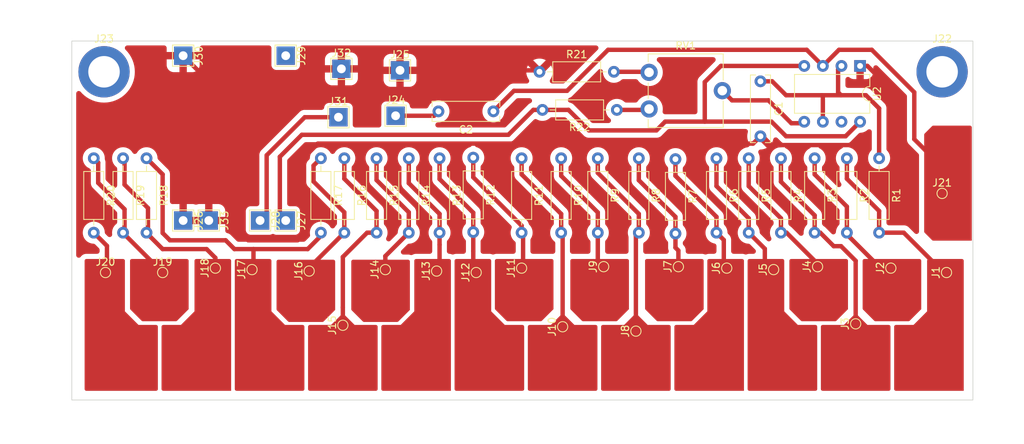
<source format=kicad_pcb>
(kicad_pcb (version 20221018) (generator pcbnew)

  (general
    (thickness 1.6)
  )

  (paper "A4")
  (layers
    (0 "F.Cu" signal)
    (31 "B.Cu" signal)
    (32 "B.Adhes" user "B.Adhesive")
    (33 "F.Adhes" user "F.Adhesive")
    (34 "B.Paste" user)
    (35 "F.Paste" user)
    (36 "B.SilkS" user "B.Silkscreen")
    (37 "F.SilkS" user "F.Silkscreen")
    (38 "B.Mask" user)
    (39 "F.Mask" user)
    (40 "Dwgs.User" user "User.Drawings")
    (41 "Cmts.User" user "User.Comments")
    (42 "Eco1.User" user "User.Eco1")
    (43 "Eco2.User" user "User.Eco2")
    (44 "Edge.Cuts" user)
    (45 "Margin" user)
    (46 "B.CrtYd" user "B.Courtyard")
    (47 "F.CrtYd" user "F.Courtyard")
    (48 "B.Fab" user)
    (49 "F.Fab" user)
    (50 "User.1" user)
    (51 "User.2" user)
    (52 "User.3" user)
    (53 "User.4" user)
    (54 "User.5" user)
    (55 "User.6" user)
    (56 "User.7" user)
    (57 "User.8" user)
    (58 "User.9" user)
  )

  (setup
    (stackup
      (layer "F.SilkS" (type "Top Silk Screen"))
      (layer "F.Paste" (type "Top Solder Paste"))
      (layer "F.Mask" (type "Top Solder Mask") (thickness 0.01))
      (layer "F.Cu" (type "copper") (thickness 0.035))
      (layer "dielectric 1" (type "core") (thickness 1.51) (material "FR4") (epsilon_r 4.5) (loss_tangent 0.02))
      (layer "B.Cu" (type "copper") (thickness 0.035))
      (layer "B.Mask" (type "Bottom Solder Mask") (thickness 0.01))
      (layer "B.Paste" (type "Bottom Solder Paste"))
      (layer "B.SilkS" (type "Bottom Silk Screen"))
      (copper_finish "None")
      (dielectric_constraints no)
    )
    (pad_to_mask_clearance 0)
    (aux_axis_origin 100 0)
    (pcbplotparams
      (layerselection 0x00010fc_ffffffff)
      (plot_on_all_layers_selection 0x0000000_00000000)
      (disableapertmacros false)
      (usegerberextensions false)
      (usegerberattributes true)
      (usegerberadvancedattributes true)
      (creategerberjobfile true)
      (dashed_line_dash_ratio 12.000000)
      (dashed_line_gap_ratio 3.000000)
      (svgprecision 4)
      (plotframeref false)
      (viasonmask false)
      (mode 1)
      (useauxorigin false)
      (hpglpennumber 1)
      (hpglpenspeed 20)
      (hpglpendiameter 15.000000)
      (dxfpolygonmode true)
      (dxfimperialunits true)
      (dxfusepcbnewfont true)
      (psnegative false)
      (psa4output false)
      (plotreference true)
      (plotvalue true)
      (plotinvisibletext false)
      (sketchpadsonfab false)
      (subtractmaskfromsilk false)
      (outputformat 1)
      (mirror false)
      (drillshape 1)
      (scaleselection 1)
      (outputdirectory "")
    )
  )

  (net 0 "")
  (net 1 "Net-(J1-Pin_1)")
  (net 2 "Net-(J2-Pin_1)")
  (net 3 "Net-(J3-Pin_1)")
  (net 4 "Net-(J4-Pin_1)")
  (net 5 "Net-(J5-Pin_1)")
  (net 6 "Net-(J6-Pin_1)")
  (net 7 "Net-(J7-Pin_1)")
  (net 8 "Net-(J8-Pin_1)")
  (net 9 "Net-(J9-Pin_1)")
  (net 10 "Net-(J10-Pin_1)")
  (net 11 "Net-(J11-Pin_1)")
  (net 12 "Net-(J12-Pin_1)")
  (net 13 "Net-(J13-Pin_1)")
  (net 14 "Net-(J14-Pin_1)")
  (net 15 "Net-(J15-Pin_1)")
  (net 16 "GND")
  (net 17 "VCC")
  (net 18 "Net-(U2-THR)")
  (net 19 "Net-(J16-Pin_1)")
  (net 20 "Net-(J17-Pin_1)")
  (net 21 "Net-(J18-Pin_1)")
  (net 22 "Net-(J19-Pin_1)")
  (net 23 "Net-(J20-Pin_1)")
  (net 24 "+BATT")
  (net 25 "Net-(U2-CV)")
  (net 26 "Net-(R21-Pad2)")
  (net 27 "Net-(R22-Pad1)")
  (net 28 "+5V")
  (net 29 "Net-(J21-Pin_1)")
  (net 30 "unconnected-(U2-DIS-Pad7)")
  (net 31 "Net-(J24-Pin_1)")
  (net 32 "unconnected-(J22-Pin_1-Pad1)")
  (net 33 "unconnected-(J23-Pin_1-Pad1)")

  (footprint "Resistor_THT:R_Axial_DIN0207_L6.3mm_D2.5mm_P10.16mm_Horizontal" (layer "F.Cu") (at 151.4 66 -90))

  (footprint "Package_DIP:DIP-8_W7.62mm" (layer "F.Cu") (at 157.6 53.4 -90))

  (footprint "Capacitor_THT:C_Rect_L9.0mm_W2.5mm_P7.50mm_MKT" (layer "F.Cu") (at 144 55.5 -90))

  (footprint "TestPoint:TestPoint_Pad_D1.0mm" (layer "F.Cu") (at 139.4 81 90))

  (footprint "TestPoint:TestPoint_Pad_D1.0mm" (layer "F.Cu") (at 132.8 80.8 90))

  (footprint "Resistor_THT:R_Axial_DIN0207_L6.3mm_D2.5mm_P10.16mm_Horizontal" (layer "F.Cu") (at 57 66 -90))

  (footprint "Resistor_THT:R_Axial_DIN0207_L6.3mm_D2.5mm_P10.16mm_Horizontal" (layer "F.Cu") (at 104.8 65.92 -90))

  (footprint "Resistor_THT:R_Axial_DIN0207_L6.3mm_D2.5mm_P10.16mm_Horizontal" (layer "F.Cu") (at 160.2 66 -90))

  (footprint "Resistor_THT:R_Axial_DIN0207_L6.3mm_D2.5mm_P10.16mm_Horizontal" (layer "F.Cu") (at 100.2 66 -90))

  (footprint "TestPoint:TestPoint_Pad_D1.0mm" (layer "F.Cu") (at 168.8 70.8))

  (footprint "Resistor_THT:R_Axial_DIN0207_L6.3mm_D2.5mm_P10.16mm_Horizontal" (layer "F.Cu") (at 91.6 66 -90))

  (footprint "TestPoint:TestPoint_Pad_D1.0mm" (layer "F.Cu") (at 87 88.8 90))

  (footprint "TestPoint:TestPoint_Pad_D1.0mm" (layer "F.Cu") (at 74.6 81.2 90))

  (footprint "TestPoint:TestPoint_Pad_D1.0mm" (layer "F.Cu") (at 169.4 81.6 90))

  (footprint "Resistor_THT:R_Axial_DIN0207_L6.3mm_D2.5mm_P10.16mm_Horizontal" (layer "F.Cu") (at 138 66 -90))

  (footprint "TestPoint:TestPoint_Pad_D1.0mm" (layer "F.Cu") (at 127 89.6 90))

  (footprint "Resistor_THT:R_Axial_DIN0207_L6.3mm_D2.5mm_P10.16mm_Horizontal" (layer "F.Cu") (at 53 66 -90))

  (footprint "TestPoint:TestPoint_THTPad_2.5x2.5mm_Drill1.2mm" (layer "F.Cu") (at 86.8 53.8))

  (footprint "TestPoint:TestPoint_THTPad_2.5x2.5mm_Drill1.2mm" (layer "F.Cu") (at 75.7 74.5 -90))

  (footprint "TestPoint:TestPoint_THTPad_2.5x2.5mm_Drill1.2mm" (layer "F.Cu") (at 94.2 60.2))

  (footprint "Resistor_THT:R_Axial_DIN0207_L6.3mm_D2.5mm_P10.16mm_Horizontal" (layer "F.Cu") (at 146.8 66 -90))

  (footprint "TestPoint:TestPoint_Pad_D1.0mm" (layer "F.Cu") (at 54.6 81.6))

  (footprint "TestPoint:TestPoint_THTPad_2.5x2.5mm_Drill1.2mm" (layer "F.Cu") (at 65.2 52 -90))

  (footprint "TestPoint:TestPoint_Pad_D1.0mm" (layer "F.Cu") (at 82.4 81.4 90))

  (footprint "TestPoint:TestPoint_Pad_D1.0mm" (layer "F.Cu") (at 92.8 81.2 90))

  (footprint "Resistor_THT:R_Axial_DIN0207_L6.3mm_D2.5mm_P10.16mm_Horizontal" (layer "F.Cu") (at 142.4 66 -90))

  (footprint "TestPoint:TestPoint_Pad_D1.0mm" (layer "F.Cu") (at 122.6 80.8 90))

  (footprint "Resistor_THT:R_Axial_DIN0207_L6.3mm_D2.5mm_P10.16mm_Horizontal" (layer "F.Cu") (at 84 66 -90))

  (footprint "TestPoint:TestPoint_THTPad_2.5x2.5mm_Drill1.2mm" (layer "F.Cu") (at 65.2 74.5 -90))

  (footprint "Resistor_THT:R_Axial_DIN0207_L6.3mm_D2.5mm_P10.16mm_Horizontal" (layer "F.Cu") (at 113.84 54.2))

  (footprint "TestPoint:TestPoint_THTPad_2.5x2.5mm_Drill1.2mm" (layer "F.Cu") (at 94.8 54))

  (footprint "TestPoint:TestPoint_THTPad_2.5x2.5mm_Drill1.2mm" (layer "F.Cu") (at 79.2 74.5 -90))

  (footprint "TestPoint:TestPoint_Pad_D1.0mm" (layer "F.Cu") (at 105.2 81.6 90))

  (footprint "MountingHole:MountingHole_4.3mm_M4_ISO14580_Pad" (layer "F.Cu") (at 54.4 54.2))

  (footprint "Resistor_THT:R_Axial_DIN0207_L6.3mm_D2.5mm_P10.16mm_Horizontal" (layer "F.Cu") (at 121.8 66 -90))

  (footprint "Resistor_THT:R_Axial_DIN0207_L6.3mm_D2.5mm_P10.16mm_Horizontal" (layer "F.Cu") (at 155.8 66 -90))

  (footprint "Resistor_THT:R_Axial_DIN0207_L6.3mm_D2.5mm_P10.16mm_Horizontal" (layer "F.Cu") (at 111.4 66 -90))

  (footprint "TestPoint:TestPoint_THTPad_2.5x2.5mm_Drill1.2mm" (layer "F.Cu") (at 68.7 74.5 -90))

  (footprint "Resistor_THT:R_Axial_DIN0207_L6.3mm_D2.5mm_P10.16mm_Horizontal" (layer "F.Cu") (at 127.4 66 -90))

  (footprint "TestPoint:TestPoint_Pad_D1.0mm" (layer "F.Cu") (at 157 88.6 90))

  (footprint "MountingHole:MountingHole_4.3mm_M4_ISO14580_Pad" (layer "F.Cu") (at 168.8 54.2))

  (footprint "Capacitor_THT:C_Rect_L9.0mm_W2.5mm_P7.50mm_MKT" (layer "F.Cu") (at 107.55 59.6 180))

  (footprint "TestPoint:TestPoint_Pad_D1.0mm" (layer "F.Cu") (at 151.8 80.8 90))

  (footprint "Resistor_THT:R_Axial_DIN0207_L6.3mm_D2.5mm_P10.16mm_Horizontal" (layer "F.Cu") (at 87.2 66 -90))

  (footprint "TestPoint:TestPoint_Pad_D1.0mm" (layer "F.Cu") (at 145.8 81.2 90))

  (footprint "Resistor_THT:R_Axial_DIN0207_L6.3mm_D2.5mm_P10.16mm_Horizontal" (layer "F.Cu") (at 60.2 66 -90))

  (footprint "TestPoint:TestPoint_Pad_D1.0mm" (layer "F.Cu") (at 69.6 81 90))

  (footprint "TestPoint:TestPoint_Pad_D1.0mm" (layer "F.Cu") (at 99.8 81.4 90))

  (footprint "Resistor_THT:R_Axial_DIN0207_L6.3mm_D2.5mm_P10.16mm_Horizontal" (layer "F.Cu") (at 96 66 -90))

  (footprint "Resistor_THT:R_Axial_DIN0207_L6.3mm_D2.5mm_P10.16mm_Horizontal" (layer "F.Cu") (at 132.4 66.12 -90))

  (footprint "Resistor_THT:R_Axial_DIN0207_L6.3mm_D2.5mm_P10.16mm_Horizontal" (layer "F.Cu") (at 116.8 66 -90))

  (footprint "TestPoint:TestPoint_Pad_D1.0mm" (layer "F.Cu") (at 161.8 81 90))

  (footprint "TestPoint:TestPoint_Pad_D1.0mm" (layer "F.Cu") (at 62.4 81.6))

  (footprint "Resistor_THT:R_Axial_DIN0207_L6.3mm_D2.5mm_P10.16mm_Horizontal" (layer "F.Cu") (at 124.4 59.4 180))

  (footprint "TestPoint:TestPoint_Pad_D1.0mm" (layer "F.Cu") (at 117 89 90))

  (footprint "Potentiometer_THT:Potentiometer_ACP_CA9-V10_Vertical" (layer "F.Cu") (at 128.8 59.275))

  (footprint "TestPoint:TestPoint_Pad_D1.0mm" (layer "F.Cu") (at 111.4 81 90))

  (footprint "TestPoint:TestPoint_THTPad_2.5x2.5mm_Drill1.2mm" (layer "F.Cu") (at 79.2 52 -90))

  (footprint "TestPoint:TestPoint_THTPad_2.5x2.5mm_Drill1.2mm" (layer "F.Cu") (at 86.4 60.4))

  (gr_poly
    (pts
      (xy 122.5 97.5)
      (xy 131.5 97.5)
      (xy 131.5 89)
      (xy 128.5 89)
      (xy 127 87.5)
      (xy 125.5 89)
      (xy 122.5 89)
    )

    (stroke (width 0.5) (type solid)) (fill solid) (layer "F.Cu") (tstamp 07167e83-7ad9-40b7-8251-bc99b2116ea5))
  (gr_poly
    (pts
      (xy 152.5 97.5)
      (xy 161.5 97.5)
      (xy 161.5 89)
      (xy 158.5 89)
      (xy 157 87.5)
      (xy 155.5 89)
      (xy 152.5 89)
    )

    (stroke (width 0.5) (type solid)) (fill solid) (layer "F.Cu") (tstamp 1e0e9a3b-9736-4a2a-8a50-b131388fbd31))
  (gr_poly
    (pts
      (xy 72.5 97.5)
      (xy 81.5 97.5)
      (xy 81.5 89)
      (xy 79 89)
      (xy 77 87)
      (xy 77 80)
      (xy 72.5 80)
    )

    (stroke (width 0.5) (type solid)) (fill solid) (layer "F.Cu") (tstamp 24c016a5-7ab8-4e2e-bc01-54b4a8827c7a))
  (gr_poly
    (pts
      (xy 58.2 80)
      (xy 58.2 86.5)
      (xy 59.7 88)
      (xy 64.2 88)
      (xy 65.7 86.5)
      (xy 65.7 80)
    )

    (stroke (width 0.5) (type solid)) (fill solid) (layer "F.Cu") (tstamp 2fc85144-cc19-49ec-b1ee-07869dee6bf7))
  (gr_poly
    (pts
      (xy 78.2 80.1)
      (xy 78.2 86.6)
      (xy 79.7 88.1)
      (xy 84.2 88.1)
      (xy 85.7 86.6)
      (xy 85.7 80.1)
    )

    (stroke (width 0.5) (type solid)) (fill solid) (layer "F.Cu") (tstamp 3aa2ab51-d199-4893-a027-df4d5008c9b5))
  (gr_poly
    (pts
      (xy 141.5 97.5)
      (xy 132.5 97.5)
      (xy 132.5 89)
      (xy 135 89)
      (xy 137 87)
      (xy 137 80)
      (xy 141.5 80)
    )

    (stroke (width 0.5) (type solid)) (fill solid) (layer "F.Cu") (tstamp 3ee4d680-22d7-404b-9a2a-e6e5e83b7f3e))
  (gr_poly
    (pts
      (xy 142.5 97.5)
      (xy 151.5 97.5)
      (xy 151.5 89)
      (xy 149 89)
      (xy 147 87)
      (xy 147 80)
      (xy 142.5 80)
    )

    (stroke (width 0.5) (type solid)) (fill solid) (layer "F.Cu") (tstamp 4288f648-a136-405b-a3b4-f806c80efb36))
  (gr_poly
    (pts
      (xy 52 97.5)
      (xy 61.5 97.5)
      (xy 61.5 89)
      (xy 59 89)
      (xy 57 87)
      (xy 57 80)
      (xy 52 80)
    )

    (stroke (width 0.5) (type solid)) (fill solid) (layer "F.Cu") (tstamp 4d2e2d75-778c-47f6-bc9f-e066dccadf3f))
  (gr_poly
    (pts
      (xy 101.5 97.5)
      (xy 92.5 97.5)
      (xy 92.5 89)
      (xy 95 89)
      (xy 97 87)
      (xy 97 80)
      (xy 101.5 80)
    )

    (stroke (width 0.5) (type solid)) (fill solid) (layer "F.Cu") (tstamp 6b82fc0f-0fe2-49b2-a398-49af9dba57e5))
  (gr_poly
    (pts
      (xy 71.5 97.5)
      (xy 62.5 97.5)
      (xy 62.5 89)
      (xy 65 89)
      (xy 67 87)
      (xy 67 80)
      (xy 71.5 80)
    )

    (stroke (width 0.5) (type solid)) (fill solid) (layer "F.Cu") (tstamp 731d55bd-7cd1-4db3-8c42-ccf099990a9e))
  (gr_poly
    (pts
      (xy 88.4 80.1)
      (xy 88.4 86.6)
      (xy 89.9 88.1)
      (xy 94.4 88.1)
      (xy 95.9 86.6)
      (xy 95.9 80.1)
    )

    (stroke (width 0.5) (type solid)) (fill solid) (layer "F.Cu") (tstamp 87c6366c-130a-4700-b053-9f9393667f76))
  (gr_poly
    (pts
      (xy 172.6 61.8)
      (xy 167.6 61.8)
      (xy 166.6 62.8)
      (xy 166.6 76)
      (xy 167.6 77)
      (xy 172.6 77)
    )

    (stroke (width 0.5) (type solid)) (fill solid) (layer "F.Cu") (tstamp b78da4c2-39f7-44db-9998-6428d542c314))
  (gr_poly
    (pts
      (xy 112.5 97.5)
      (xy 121.5 97.5)
      (xy 121.5 89)
      (xy 118.5 89)
      (xy 117 87.5)
      (xy 115.5 89)
      (xy 112.5 89)
    )

    (stroke (width 0.5) (type solid)) (fill solid) (layer "F.Cu") (tstamp b9cefed9-3cda-4c8e-9b9f-0c308ca8edbe))
  (gr_poly
    (pts
      (xy 82.5 97.5)
      (xy 91.5 97.5)
      (xy 91.5 89)
      (xy 88.5 89)
      (xy 87 87.5)
      (xy 85.5 89)
      (xy 82.5 89)
    )

    (stroke (width 0.5) (type solid)) (fill solid) (layer "F.Cu") (tstamp be1ef3e9-b678-4d16-8221-591c91b71c0b))
  (gr_poly
    (pts
      (xy 128.5 80)
      (xy 128.5 86.5)
      (xy 130 88)
      (xy 134.5 88)
      (xy 136 86.5)
      (xy 136 80)
    )

    (stroke (width 0.5) (type solid)) (fill solid) (layer "F.Cu") (tstamp c6121dae-ab4e-4f04-98e3-7063c5eb0895))
  (gr_poly
    (pts
      (xy 118.3 80)
      (xy 118.3 86.5)
      (xy 119.8 88)
      (xy 124.3 88)
      (xy 125.8 86.5)
      (xy 125.8 80)
    )

    (stroke (width 0.5) (type solid)) (fill solid) (layer "F.Cu") (tstamp c983c8c3-0c68-46d1-af2b-b4eb555da47b))
  (gr_poly
    (pts
      (xy 171.5 97.5)
      (xy 162.5 97.5)
      (xy 162.5 89)
      (xy 165 89)
      (xy 167 87)
      (xy 167 80)
      (xy 171.5 80)
    )

    (stroke (width 0.5) (type solid)) (fill solid) (layer "F.Cu") (tstamp cfb82fa6-2540-437b-9589-9935ea48f317))
  (gr_poly
    (pts
      (xy 158.2 80)
      (xy 158.2 86.5)
      (xy 159.7 88)
      (xy 164.2 88)
      (xy 165.7 86.5)
      (xy 165.7 80)
    )

    (stroke (width 0.5) (type solid)) (fill solid) (layer "F.Cu") (tstamp d05615f9-70b7-4a56-851d-e49bb61ac3c7))
  (gr_poly
    (pts
      (xy 108 80)
      (xy 108 86.5)
      (xy 109.5 88)
      (xy 114 88)
      (xy 115.5 86.5)
      (xy 115.5 80)
    )

    (stroke (width 0.5) (type solid)) (fill solid) (layer "F.Cu") (tstamp e00a3a65-1b5c-4336-ae63-8c895c0c4ded))
  (gr_poly
    (pts
      (xy 102.5 97.5)
      (xy 111.5 97.5)
      (xy 111.5 89)
      (xy 109 89)
      (xy 107 87)
      (xy 107 80)
      (xy 102.5 80)
    )

    (stroke (width 0.5) (type solid)) (fill solid) (layer "F.Cu") (tstamp f140ba2e-6999-4313-8122-228565ba78dc))
  (gr_poly
    (pts
      (xy 148.2 80)
      (xy 148.2 86.5)
      (xy 149.7 88)
      (xy 154.2 88)
      (xy 155.7 86.5)
      (xy 155.7 80)
    )

    (stroke (width 0.5) (type solid)) (fill solid) (layer "F.Cu") (tstamp f1f517a9-b9d4-4319-8d22-79f0a22729f0))
  (gr_poly
    (pts
      (xy 52 79.5)
      (xy 52 98)
      (xy 172 98)
      (xy 172 79.5)
    )

    (stroke (width 0.15) (type solid)) (fill solid) (layer "F.Mask") (tstamp 27683fed-3660-4e46-a880-2a4448b946fb))
  (gr_rect (start 50 50) (end 173 99)
    (stroke (width 0.1) (type default)) (fill none) (layer "Edge.Cuts") (tstamp 61ea3cd1-2629-47bf-a461-ce5ae90ff05f))

  (segment (start 160.2 76.56) (end 160.6 76.16) (width 0.6) (layer "F.Cu") (net 1) (tstamp 078409d2-c1b6-404e-a131-12e10486bd35))
  (segment (start 169 81.2) (end 169.4 81.6) (width 0.6) (layer "F.Cu") (net 1) (tstamp 48dbc2e5-2579-44b0-95fb-e83430f069c1))
  (segment (start 163.56 76.16) (end 168.6 81.2) (width 0.6) (layer "F.Cu") (net 1) (tstamp 7eafd21c-1367-4247-8634-709ddada2839))
  (segment (start 155.8 68.8) (end 155.8 66) (width 0.6) (layer "F.Cu") (net 1) (tstamp 87f2d44b-7663-47bc-a6bd-5e4dca1efabc))
  (segment (start 160.2 76.16) (end 160.2 73.2) (width 0.6) (layer "F.Cu") (net 1) (tstamp 9a58cb9a-f28f-4ae8-ba1b-15f7715c724e))
  (segment (start 160.2 73.2) (end 155.8 68.8) (width 0.6) (layer "F.Cu") (net 1) (tstamp a18811ea-59e4-413f-a09f-f5115a081f40))
  (segment (start 160.6 76.16) (end 163.56 76.16) (width 0.6) (layer "F.Cu") (net 1) (tstamp c74a3be0-17a1-4c89-b579-49fbcb6563b3))
  (segment (start 168.6 81.2) (end 169 81.2) (width 0.6) (layer "F.Cu") (net 1) (tstamp e09fdad5-e1e5-48c9-a063-314184d6820e))
  (segment (start 161.05 80.4) (end 161.8 81.15) (width 0.6) (layer "F.Cu") (net 2) (tstamp 021c22d6-f3d8-4337-bc74-7f53d8118749))
  (segment (start 155.8 72.6) (end 155.8 76.16) (width 0.6) (layer "F.Cu") (net 2) (tstamp 0b652c2b-055a-4f27-aa04-066891215be3))
  (segment (start 151.4 66) (end 151.4 68.2) (width 0.6) (layer "F.Cu") (net 2) (tstamp 24e6401f-6c9d-4b3c-9501-543393b7b4b8))
  (segment (start 155.8 76.16) (end 155.8 76.4) (width 0.6) (layer "F.Cu") (net 2) (tstamp 3d66d240-4f0e-4d4e-83ee-4f3d3df21828))
  (segment (start 151.4 68.2) (end 155.8 72.6) (width 0.6) (layer "F.Cu") (net 2) (tstamp 56741405-8f6a-4807-8092-429b2f46bb7b))
  (segment (start 159.8 80.4) (end 161.05 80.4) (width 0.6) (layer "F.Cu") (net 2) (tstamp 6ba6e8a1-b2bd-4327-8fb6-2bbbe0e69cfd))
  (segment (start 155.8 76.4) (end 159.8 80.4) (width 0.6) (layer "F.Cu") (net 2) (tstamp 78939bf0-14ce-45cc-a738-1c7a9bc5b566))
  (segment (start 155 78) (end 157 80) (width 0.6) (layer "F.Cu") (net 3) (tstamp 06d58053-7bd5-4eec-a999-93f359bdc1e0))
  (segment (start 151.4 73.8) (end 146.8 69.2) (width 0.6) (layer "F.Cu") (net 3) (tstamp 358be425-7e88-42d6-8e5e-2888787a7b72))
  (segment (start 151.4 76.16) (end 152.16 76.16) (width 0.6) (layer "F.Cu") (net 3) (tstamp 4a69f791-3dce-48b1-b1e1-fe9325c86388))
  (segment (start 151.4 76.56) (end 151.4 76.16) (width 0.6) (layer "F.Cu") (net 3) (tstamp 56bf5b44-e4d0-4ff3-8069-e371115a66df))
  (segment (start 151.4 76.16) (end 151.4 73.8) (width 0.6) (layer "F.Cu") (net 3) (tstamp 599f8008-5d77-40ab-b696-f132c3657e05))
  (segment (start 146.8 69.2) (end 146.8 66) (width 0.6) (layer "F.Cu") (net 3) (tstamp 7f0adc34-426b-402d-85be-b53177311ce8))
  (segment (start 154 78) (end 155 78) (width 0.6) (layer "F.Cu") (net 3) (tstamp 874982ae-79ad-4e0b-abb6-4898ec0f6042))
  (segment (start 157 80) (end 157 88.6) (width 0.6) (layer "F.Cu") (net 3) (tstamp dd09c557-5138-4c10-bbd4-26ef249b7022))
  (segment (start 152.16 76.16) (end 154 78) (width 0.6) (layer "F.Cu") (net 3) (tstamp fba8285f-0522-4d49-a76f-04c518808138))
  (segment (start 151.8 80.4) (end 151.8 80.8) (width 0.6) (layer "F.Cu") (net 4) (tstamp 2d64e225-0f93-4021-88ee-4da6cd8ec20e))
  (segment (start 147.56 76.16) (end 151.8 80.4) (width 0.6) (layer "F.Cu") (net 4) (tstamp 4fdd7c22-c9c4-4743-835a-e02dbd92222b))
  (segment (start 142.4 66) (end 142.4 69.8) (width 0.6) (layer "F.Cu") (net 4) (tstamp 61225f0d-ffb6-4803-bbc2-9f26b9c07931))
  (segment (start 142.4 69.8) (end 146.8 74.2) (width 0.6) (layer "F.Cu") (net 4) (tstamp 6cecb08a-864f-4a19-b5d7-320bbe50ffea))
  (segment (start 146.8 76.16) (end 147.56 76.16) (width 0.6) (layer "F.Cu") (net 4) (tstamp 945da599-a568-499d-9432-42582798dd6d))
  (segment (start 146.8 74.2) (end 146.8 76.16) (width 0.6) (layer "F.Cu") (net 4) (tstamp b0067271-a367-47b9-b9ee-11402f43f35e))
  (segment (start 144.6 78.36) (end 144.6 79.95) (width 0.6) (layer "F.Cu") (net 5) (tstamp 8d5b274d-4e5c-4e54-8358-2967229b2b7b))
  (segment (start 142.4 74.2) (end 138 69.8) (width 0.6) (layer "F.Cu") (net 5) (tstamp 94ee0914-6995-4136-8834-14875e5ea3f3))
  (segment (start 144.6 79.95) (end 145.8 81.15) (width 0.6) (layer "F.Cu") (net 5) (tstamp 9a0c26d3-0dc7-4505-ac3d-c1fca3b900ac))
  (segment (start 142.4 76.16) (end 142.4 74.2) (width 0.6) (layer "F.Cu") (net 5) (tstamp aebd287e-8594-4407-ac74-44ca1c5fbedd))
  (segment (start 142.4 76.16) (end 144.6 78.36) (width 0.6) (layer "F.Cu") (net 5) (tstamp cf85cd18-2db4-4f23-8707-bd49f7b9e76f))
  (segment (start 138 69.8) (end 138 66) (width 0.6) (layer "F.Cu") (net 5) (tstamp d2d5dc94-2915-47ec-988a-eb4a676ed56a))
  (segment (start 139 80.75) (end 139.4 81.15) (width 0.6) (layer "F.Cu") (net 6) (tstamp 0691a13e-aa22-4d77-8444-3fc328594a84))
  (segment (start 138 74) (end 138 76.16) (width 0.6) (layer "F.Cu") (net 6) (tstamp 23e88573-6d5e-4125-b8dd-1323d6919c0c))
  (segment (start 132.4 68.4) (end 138 74) (width 0.6) (layer "F.Cu") (net 6) (tstamp 48882e9d-64fe-4e7f-afbe-efb76b91b813))
  (segment (start 132.4 66.12) (end 132.4 68.4) (width 0.6) (layer "F.Cu") (net 6) (tstamp 6cfe3cc6-e12f-46ff-823a-ba9dc6c33d81))
  (segment (start 139 77.16) (end 139 80.75) (width 0.6) (layer "F.Cu") (net 6) (tstamp b677d5ef-a9a4-4c26-852a-2f929930a43a))
  (segment (start 138 76.16) (end 139 77.16) (width 0.6) (layer "F.Cu") (net 6) (tstamp cafd9ee7-6a6f-4b7c-9ba0-31f3c1f5c31c))
  (segment (start 132.4 78.2) (end 132.8 78.6) (width 0.6) (layer "F.Cu") (net 7) (tstamp 41174ec7-abcd-4de9-b00e-35853b69a3a6))
  (segment (start 132.4 74) (end 132.4 76.28) (width 0.6) (layer "F.Cu") (net 7) (tstamp 6558c803-ecec-42a0-a19c-6617bcd6dabc))
  (segment (start 132.8 78.6) (end 132.8 80.8) (width 0.6) (layer "F.Cu") (net 7) (tstamp 71878242-c2c1-4034-936c-944e4b71c281))
  (segment (start 127.4 69) (end 132.4 74) (width 0.6) (layer "F.Cu") (net 7) (tstamp 7bac0578-9636-4cfb-ba96-4f9fe20a125d))
  (segment (start 132.4 76.28) (end 132.4 78.2) (width 0.6) (layer "F.Cu") (net 7) (tstamp c2196a9a-8e24-46a7-bf3e-fb9e3cc946a3))
  (segment (start 127.4 66) (end 127.4 69) (width 0.6) (layer "F.Cu") (net 7) (tstamp fd66f2e0-a208-4a97-9a18-e38da40dab7f))
  (segment (start 127.4 76.16) (end 127.4 73.6) (width 0.6) (layer "F.Cu") (net 8) (tstamp 39a47a13-6408-4224-b5a2-64c025094efe))
  (segment (start 127 76.56) (end 127 89.6) (width 0.6) (layer "F.Cu") (net 8) (tstamp 69de155d-b9fe-43c8-b1ba-6cd204861627))
  (segment (start 121.8 68) (end 121.8 66) (width 0.6) (layer "F.Cu") (net 8) (tstamp 7a468500-b373-4f62-99f3-f536aaa0dbd5))
  (segment (start 127.4 76.16) (end 127 76.56) (width 0.6) (layer "F.Cu") (net 8) (tstamp ae81108b-df1f-4bea-adf3-f9837de3e642))
  (segment (start 127.4 73.6) (end 121.8 68) (width 0.6) (layer "F.Cu") (net 8) (tstamp e646afc2-d106-4bca-b185-926b4818fad4))
  (segment (start 121.8 76.16) (end 121.8 80) (width 0.6) (layer "F.Cu") (net 9) (tstamp 0d8e3a4f-15d2-4d23-abc5-3b8e24d2fd4c))
  (segment (start 121.8 73.4) (end 121.8 76.16) (width 0.6) (layer "F.Cu") (net 9) (tstamp 3e5d5ff1-e47a-4014-92e5-ac39eb26951d))
  (segment (start 116.8 68.4) (end 121.8 73.4) (width 0.6) (layer "F.Cu") (net 9) (tstamp 544b5787-1b20-4152-90c7-b77f3a4b560b))
  (segment (start 121.8 80) (end 122.6 80.8) (width 0.6) (layer "F.Cu") (net 9) (tstamp 68fdfbeb-0104-4fad-a2fb-db7be9c4c96a))
  (segment (start 116.8 66) (end 116.8 68.4) (width 0.6) (layer "F.Cu") (net 9) (tstamp f1f2bf0a-2bee-45d6-86c3-eb5354634bbf))
  (segment (start 111.4 66) (end 111.4 68.2) (width 0.6) (layer "F.Cu") (net 10) (tstamp 33898e6a-5183-41d9-bf58-5646b0d8550f))
  (segment (start 116.8 73.6) (end 116.8 76.16) (width 0.6) (layer "F.Cu") (net 10) (tstamp 77fdf5f9-fd7a-45ae-8ba1-7f997fa9886e))
  (segment (start 111.4 68.2) (end 116.8 73.6) (width 0.6) (layer "F.Cu") (net 10) (tstamp 8c81383f-c769-421a-bddb-5e0c338a9a78))
  (segment (start 117 76.36) (end 117 89) (width 0.6) (layer "F.Cu") (net 10) (tstamp 91ca4125-fe04-4e6d-88e5-9d56654e097b))
  (segment (start 116.8 76.16) (end 117 76.36) (width 0.6) (layer "F.Cu") (net 10) (tstamp 94dcb666-ca8f-41e2-89a0-ecbe49fe71f4))
  (segment (start 117 89) (end 116.936827 89.063173) (width 0.6) (layer "F.Cu") (net 10) (tstamp d6bca03d-b4ac-4279-a4ad-38206eacc6d7))
  (segment (start 111.4 75.2) (end 104.8 68.6) (width 0.6) (layer "F.Cu") (net 11) (tstamp 1e7811c0-efb0-4358-8abe-58567e05db4c))
  (segment (start 111.6 80.95) (end 111.4 81.15) (width 0.6) (layer "F.Cu") (net 11) (tstamp 2be21472-3778-4e5b-bdc9-7e1c2c685b8e))
  (segment (start 111.4 76.16) (end 111.6 76.36) (width 0.6) (layer "F.Cu") (net 11) (tstamp 34e3604a-520a-40e3-855c-a2c54b25f355))
  (segment (start 104.8 68.6) (end 104.8 65.92) (width 0.6) (layer "F.Cu") (net 11) (tstamp 66e0e688-acb9-4818-a35a-c58805b4954c))
  (segment (start 111.4 76.16) (end 111.4 75.2) (width 0.6) (layer "F.Cu") (net 11) (tstamp aec9a161-e175-472f-bc68-1f8b82a5b542))
  (segment (start 111.6 76.36) (end 111.6 80.95) (width 0.6) (layer "F.Cu") (net 11) (tstamp b4ade6a5-71c1-4128-bc0e-b8c9da4e24dd))
  (segment (start 100.2 68.84) (end 104.8 73.44) (width 0.6) (layer "F.Cu") (net 12) (tstamp 09e03e24-5787-4132-a1dc-e9321f09f683))
  (segment (start 104.8 78.65) (end 104.8 81.2) (width 0.6) (layer "F.Cu") (net 12) (tstamp 3a5f548e-1667-4cb0-afde-ccfe68ed510f))
  (segment (start 104.8 76.08) (end 104.8 78.65) (width 0.6) (layer "F.Cu") (net 12) (tstamp c5a8d674-8751-4e2e-ba31-09e811a5c56c))
  (segment (start 100.2 66) (end 100.2 68.84) (width 0.6) (layer "F.Cu") (net 12) (tstamp d41e1fcb-2426-422c-974f-8c9d70db32a6))
  (segment (start 104.8 73.44) (end 104.8 76.08) (width 0.6) (layer "F.Cu") (net 12) (tstamp e3ab217f-4bdc-49ad-93ad-62be73d6742c))
  (segment (start 104.8 81.2) (end 105.2 81.6) (width 0.6) (layer "F.Cu") (net 12) (tstamp fe33e08c-3d29-46a0-93f0-12eaaf73beda))
  (segment (start 100.2 77.8) (end 100.2 80.75) (width 0.6) (layer "F.Cu") (net 13) (tstamp 4e38390f-5cc0-4e5c-b6f3-d8c1e4522bfd))
  (segment (start 100.2 76.16) (end 100.2 73.6) (width 0.6) (layer "F.Cu") (net 13) (tstamp 5a73608a-aff6-46c2-b261-12f9c6a07b47))
  (segment (start 100.2 73.6) (end 96 69.4) (width 0.6) (layer "F.Cu") (net 13) (tstamp 6b03ff39-59f3-436a-867c-abeee210274c))
  (segment (start 100.2 76.16) (end 100.2 77.8) (width 0.6) (layer "F.Cu") (net 13) (tstamp 76993bfb-d712-4133-915a-b3335a19f718))
  (segment (start 96 69.4) (end 96 66) (width 0.6) (layer "F.Cu") (net 13) (tstamp ba708597-1250-408e-821b-26400540e13c))
  (segment (start 100.2 80.75) (end 99.8 81.15) (width 0.6) (layer "F.Cu") (net 13) (tstamp ebe18780-c288-4ed3-be48-3c38e7788855))
  (segment (start 96 76.16) (end 92.8 79.36) (width 0.6) (layer "F.Cu") (net 14) (tstamp 17652ddb-1665-4511-b219-01d6811243ed))
  (segment (start 91.6 66) (end 91.6 68.98) (width 0.6) (layer "F.Cu") (net 14) (tstamp 241ad336-5b07-4118-8e74-9a811a03bbb0))
  (segment (start 96 73.38) (end 96 76.16) (width 0.6) (layer "F.Cu") (net 14) (tstamp 3a89b6fa-dd5d-456c-88f7-852833654d9c))
  (segment (start 92.8 79.36) (end 92.8 81.25) (width 0.6) (layer "F.Cu") (net 14) (tstamp 3e56f22c-2cc7-40e5-ba6e-7cc958e118d9))
  (segment (start 91.6 68.98) (end 96 73.38) (width 0.6) (layer "F.Cu") (net 14) (tstamp e4293e59-5d32-433f-85a5-2fd4f17dfd3b))
  (segment (start 87 86.35) (end 87 88.8) (width 0.6) (layer "F.Cu") (net 15) (tstamp 218c9a83-3ca0-4cee-a09d-5a8a0478e8a6))
  (segment (start 91.6 73.2) (end 87.2 68.8) (width 0.6) (layer "F.Cu") (net 15) (tstamp 2960500e-234a-4600-a7f3-d6b88a6d8105))
  (segment (start 90.313654 76.16) (end 87 79.473654) (width 0.6) (layer "F.Cu") (net 15) (tstamp 42f9e1f9-d497-44f8-a4ee-c51b5796eba5))
  (segment (start 87 79.473654) (end 87 86.35) (width 0.6) (layer "F.Cu") (net 15) (tstamp 6c778f83-a521-4d7a-ac47-2293e781434a))
  (segment (start 91.6 76.16) (end 91.6 73.2) (width 0.6) (layer "F.Cu") (net 15) (tstamp 79144eeb-fafd-4b7f-a26d-05c907a0995d))
  (segment (start 91.6 76.16) (end 90.313654 76.16) (width 0.6) (layer "F.Cu") (net 15) (tstamp 7a6fa0c0-71c4-4d76-ada0-b4af8e40e30f))
  (segment (start 87.2 68.8) (end 87.2 66) (width 0.6) (layer "F.Cu") (net 15) (tstamp 96418088-ee91-4395-9fbf-e479f2a4e676))
  (segment (start 87 88.8) (end 86.836827 88.963173) (width 0.6) (layer "F.Cu") (net 15) (tstamp e9b7557a-3efe-4d9e-b336-1ac5feca8e09))
  (segment (start 161.4 68.4) (end 163.2 66.6) (width 0.6) (layer "F.Cu") (net 16) (tstamp 1c6e6923-cde5-4502-99e5-8e16276c745f))
  (segment (start 68.7 74.5) (end 71.4 74.5) (width 0.6) (layer "F.Cu") (net 16) (tstamp 26b0ce8f-61f5-49c4-8bfd-88e036b43fd5))
  (segment (start 68.7 68.7) (end 68.7 55.5) (width 0.6) (layer "F.Cu") (net 16) (tstamp 2ce5229c-5b9a-4685-a59d-98c7064fd907))
  (segment (start 142.5 64) (end 143 64) (width 0.6) (layer "F.Cu") (net 16) (tstamp 302b6a09-e91a-471f-9d3d-872c7eaf9212))
  (segment (start 83.6 53.8) (end 86.8 53.8) (width 0.6) (layer "F.Cu") (net 16) (tstamp 313c911f-262c-446c-a2ac-a77de409cc6a))
  (segment (start 158 64.8) (end 158 67.6) (width 0.6) (layer "F.Cu") (net 16) (tstamp 31cb950e-36de-48b9-8ec5-4c194e35ff3b))
  (segment (start 163.2 66.6) (end 163.2 58) (width 0.6) (layer "F.Cu") (net 16) (tstamp 38791d2c-6be4-461f-86e4-0218c63e2714))
  (segment (start 68.7 74.5) (end 68.7 68.7) (width 0.6) (layer "F.Cu") (net 16) (tstamp 3da00084-ce53-4b47-b9be-7e46163e87aa))
  (segment (start 143 64) (end 144 63) (width 0.6) (layer "F.Cu") (net 16) (tstamp 4a6e49d9-bb07-46ca-825d-2a8fe72ee710))
  (segment (start 144 63) (end 145.2 64.2) (width 0.6) (layer "F.Cu") (net 16) (tstamp 51b62cbd-2960-4684-85f0-589ef434936e))
  (segment (start 74.1 77.2) (end 80.8 77.2) (width 0.6) (layer "F.Cu") (net 16) (tstamp 57d41b8a-6a28-4198-8370-065483ad6ff6))
  (segment (start 94.8 54) (end 87 54) (width 0.6) (layer "F.Cu") (net 16) (tstamp 5ae1a281-b553-411c-9757-d30957af34eb))
  (segment (start 80.8 77.2) (end 81.6 76.4) (width 0.6) (layer "F.Cu") (net 16) (tstamp 5ecde735-23e7-4344-9c8a-0d6e3dbe161c))
  (segment (start 81.6 68.2) (end 81.2 67.8) (width 0.6) (layer "F.Cu") (net 16) (tstamp 67882de2-0541-41a9-adfd-a7b6acb2429a))
  (segment (start 68.7 68.7) (end 83.6 53.8) (width 0.6) (layer "F.Cu") (net 16) (tstamp 6c51ec3b-e020-43f8-a478-fb00ebff3f85))
  (segment (start 113.64 54) (end 113.84 54.2) (width 0.6) (layer "F.Cu") (net 16) (tstamp 7e100ff6-8cdd-49f0-b485-6ee2a70f3ff4))
  (segment (start 65.2 74.5) (end 68.7 74.5) (width 0.6) (layer "F.Cu") (net 16) (tstamp 932db2db-d5ad-43b9-a275-ff8d081b164c))
  (segment (start 94.8 54) (end 113.64 54) (width 0.6) (layer "F.Cu") (net 16) (tstamp 95236c6c-f64d-4d37-bb88-4f3cd00b97a1))
  (segment (start 87 54) (end 86.8 53.8) (width 0.6) (layer "F.Cu") (net 16) (tstamp a9635505-6eb2-47e1-8dbd-7665851d5620))
  (segment (start 71.4 74.5) (end 74.1 77.2) (width 0.6) (layer "F.Cu") (net 16) (tstamp adbefce6-6c73-40c3-a13e-065c8147ee1c))
  (segment (start 81.2 66.395836) (end 83.595836 64) (width 0.6) (layer "F.Cu") (net 16) (tstamp b821c003-7171-4430-b8da-49ccdd2b8ed0))
  (segment (start 83.595836 64) (end 142.2 64) (width 0.6) (layer "F.Cu") (net 16) (tstamp bcb31d94-2ec7-46fa-b17d-98d56778257e))
  (segment (start 158.6 53.4) (end 157.6 53.4) (width 0.6) (layer "F.Cu") (net 16) (tstamp bf1eec19-cd34-474a-8d6f-9164de33a738))
  (segment (start 163.2 58) (end 158.6 53.4) (width 0.6) (layer "F.Cu") (net 16) (tstamp cc9007fe-d25a-42c0-b674-ddbe5fd6e173))
  (segment (start 81.2 67.8) (end 81.2 66.395836) (width 0.6) (layer "F.Cu") (net 16) (tstamp dfb4d278-588a-48a0-b1ef-b4042294d750))
  (segment (start 158.8 68.4) (end 161.4 68.4) (width 0.6) (layer "F.Cu") (net 16) (tstamp e349f9d7-e7c5-47fc-9e4c-76e42a6ed834))
  (segment (start 145.2 64.2) (end 157.4 64.2) (width 0.6) (layer "F.Cu") (net 16) (tstamp ea1ead7b-f48b-486c-9b38-a27949d8a371))
  (segment (start 157.4 64.2) (end 158 64.8) (width 0.6) (layer "F.Cu") (net 16) (tstamp f4cdb483-060d-4bb1-bbf9-b43e1efdb3ab))
  (segment (start 68.7 55.5) (end 65.2 52) (width 0.6) (layer "F.Cu") (net 16) (tstamp f54d4518-8178-40da-92a7-890624b32a5e))
  (segment (start 81.6 76.4) (end 81.6 68.2) (width 0.6) (layer "F.Cu") (net 16) (tstamp f70469c0-2cb3-4dca-a9b2-9050c61a6bfb))
  (segment (start 158 67.6) (end 158.8 68.4) (width 0.6) (layer "F.Cu") (net 16) (tstamp fa113cab-33e2-4f15-a2fe-e0f3eda2aed5))
  (segment (start 131 61) (end 145.5 61) (width 0.6) (layer "F.Cu") (net 17) (tstamp 137cc6d0-f319-4343-898d-4c8a14ff6984))
  (segment (start 136.4 55.6) (end 138.6 53.4) (width 0.6) (layer "F.Cu") (net 17) (tstamp 35deb867-d024-43aa-8a2a-8d0cd419cadb))
  (segment (start 81.4 62.8) (end 109.6 62.8) (width 0.6) (layer "F.Cu") (net 17) (tstamp 3b15e121-aeff-43cf-92df-7a3cfab223c2))
  (segment (start 78.4 73.7) (end 78.4 65.8) (width 0.6) (layer "F.Cu") (net 17) (tstamp 41d61ea0-9385-46e7-9da5-1a34cf2dead8))
  
... [162636 chars truncated]
</source>
